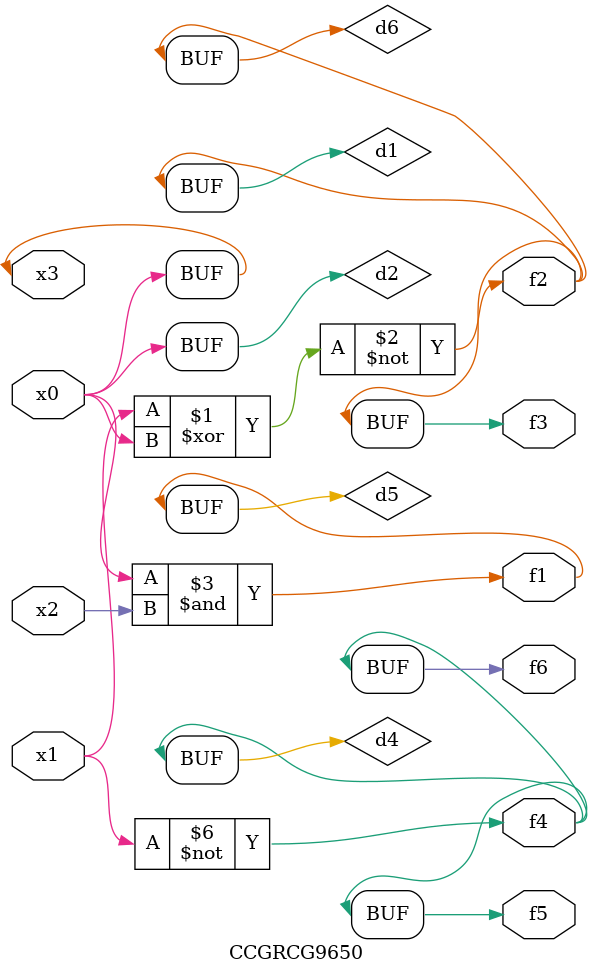
<source format=v>
module CCGRCG9650(
	input x0, x1, x2, x3,
	output f1, f2, f3, f4, f5, f6
);

	wire d1, d2, d3, d4, d5, d6;

	xnor (d1, x1, x3);
	buf (d2, x0, x3);
	nand (d3, x0, x2);
	not (d4, x1);
	nand (d5, d3);
	or (d6, d1);
	assign f1 = d5;
	assign f2 = d6;
	assign f3 = d6;
	assign f4 = d4;
	assign f5 = d4;
	assign f6 = d4;
endmodule

</source>
